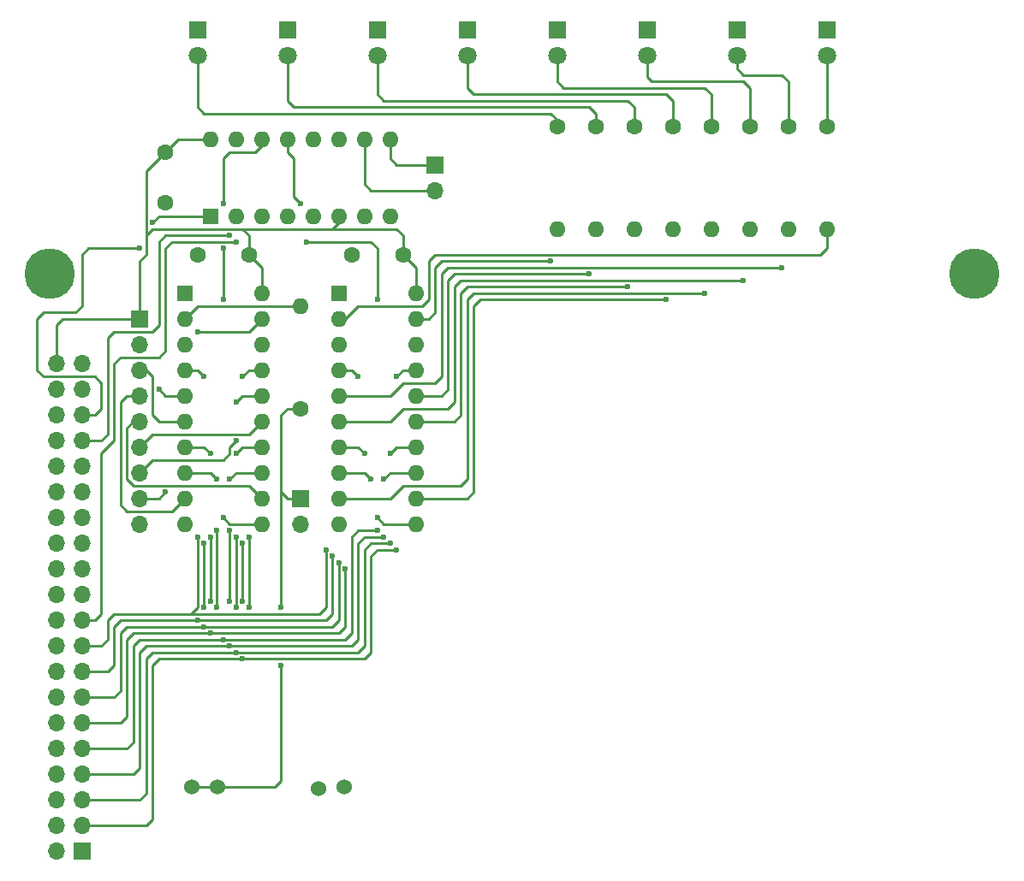
<source format=gtl>
G04 #@! TF.FileFunction,Copper,L1,Top,Signal*
%FSLAX46Y46*%
G04 Gerber Fmt 4.6, Leading zero omitted, Abs format (unit mm)*
G04 Created by KiCad (PCBNEW 4.0.7) date 12/03/19 23:34:14*
%MOMM*%
%LPD*%
G01*
G04 APERTURE LIST*
%ADD10C,0.100000*%
%ADD11R,1.600000X1.600000*%
%ADD12O,1.600000X1.600000*%
%ADD13R,1.700000X1.700000*%
%ADD14O,1.700000X1.700000*%
%ADD15C,5.000000*%
%ADD16C,1.600000*%
%ADD17R,1.800000X1.800000*%
%ADD18C,1.800000*%
%ADD19C,1.524000*%
%ADD20C,0.600000*%
%ADD21C,0.250000*%
G04 APERTURE END LIST*
D10*
D11*
X117475000Y-76835000D03*
D12*
X125095000Y-99695000D03*
X117475000Y-79375000D03*
X125095000Y-97155000D03*
X117475000Y-81915000D03*
X125095000Y-94615000D03*
X117475000Y-84455000D03*
X125095000Y-92075000D03*
X117475000Y-86995000D03*
X125095000Y-89535000D03*
X117475000Y-89535000D03*
X125095000Y-86995000D03*
X117475000Y-92075000D03*
X125095000Y-84455000D03*
X117475000Y-94615000D03*
X125095000Y-81915000D03*
X117475000Y-97155000D03*
X125095000Y-79375000D03*
X117475000Y-99695000D03*
X125095000Y-76835000D03*
D13*
X107315000Y-132080000D03*
D14*
X104775000Y-132080000D03*
X107315000Y-129540000D03*
X104775000Y-129540000D03*
X107315000Y-127000000D03*
X104775000Y-127000000D03*
X107315000Y-124460000D03*
X104775000Y-124460000D03*
X107315000Y-121920000D03*
X104775000Y-121920000D03*
X107315000Y-119380000D03*
X104775000Y-119380000D03*
X107315000Y-116840000D03*
X104775000Y-116840000D03*
X107315000Y-114300000D03*
X104775000Y-114300000D03*
X107315000Y-111760000D03*
X104775000Y-111760000D03*
X107315000Y-109220000D03*
X104775000Y-109220000D03*
X107315000Y-106680000D03*
X104775000Y-106680000D03*
X107315000Y-104140000D03*
X104775000Y-104140000D03*
X107315000Y-101600000D03*
X104775000Y-101600000D03*
X107315000Y-99060000D03*
X104775000Y-99060000D03*
X107315000Y-96520000D03*
X104775000Y-96520000D03*
X107315000Y-93980000D03*
X104775000Y-93980000D03*
X107315000Y-91440000D03*
X104775000Y-91440000D03*
X107315000Y-88900000D03*
X104775000Y-88900000D03*
X107315000Y-86360000D03*
X104775000Y-86360000D03*
X107315000Y-83820000D03*
X104775000Y-83820000D03*
D15*
X195580000Y-74930000D03*
X104140000Y-74930000D03*
D16*
X139065000Y-73025000D03*
X134065000Y-73025000D03*
X123825000Y-73025000D03*
X118825000Y-73025000D03*
X180975000Y-60325000D03*
D12*
X180975000Y-70485000D03*
D16*
X177165000Y-60325000D03*
D12*
X177165000Y-70485000D03*
D16*
X173355000Y-60325000D03*
D12*
X173355000Y-70485000D03*
D16*
X169545000Y-60325000D03*
D12*
X169545000Y-70485000D03*
D16*
X165735000Y-60325000D03*
D12*
X165735000Y-70485000D03*
D16*
X161925000Y-60325000D03*
D12*
X161925000Y-70485000D03*
D16*
X158115000Y-60325000D03*
D12*
X158115000Y-70485000D03*
D16*
X154305000Y-60325000D03*
D12*
X154305000Y-70485000D03*
D11*
X132715000Y-76835000D03*
D12*
X140335000Y-99695000D03*
X132715000Y-79375000D03*
X140335000Y-97155000D03*
X132715000Y-81915000D03*
X140335000Y-94615000D03*
X132715000Y-84455000D03*
X140335000Y-92075000D03*
X132715000Y-86995000D03*
X140335000Y-89535000D03*
X132715000Y-89535000D03*
X140335000Y-86995000D03*
X132715000Y-92075000D03*
X140335000Y-84455000D03*
X132715000Y-94615000D03*
X140335000Y-81915000D03*
X132715000Y-97155000D03*
X140335000Y-79375000D03*
X132715000Y-99695000D03*
X140335000Y-76835000D03*
D17*
X180975000Y-50800000D03*
D18*
X180975000Y-53340000D03*
D17*
X163195000Y-50800000D03*
D18*
X163195000Y-53340000D03*
D17*
X154305000Y-50800000D03*
D18*
X154305000Y-53340000D03*
D17*
X145415000Y-50800000D03*
D18*
X145415000Y-53340000D03*
D17*
X136525000Y-50800000D03*
D18*
X136525000Y-53340000D03*
D17*
X127635000Y-50800000D03*
D18*
X127635000Y-53340000D03*
D17*
X118745000Y-50800000D03*
D18*
X118745000Y-53340000D03*
D19*
X130730000Y-125857000D03*
X120730000Y-125730000D03*
X118230000Y-125730000D03*
X133230000Y-125730000D03*
D17*
X172085000Y-50800000D03*
D18*
X172085000Y-53340000D03*
D16*
X128905000Y-88265000D03*
D12*
X128905000Y-78105000D03*
D16*
X115570000Y-62865000D03*
X115570000Y-67865000D03*
D13*
X128905000Y-97155000D03*
D14*
X128905000Y-99695000D03*
D11*
X120015000Y-69215000D03*
D12*
X137795000Y-61595000D03*
X122555000Y-69215000D03*
X135255000Y-61595000D03*
X125095000Y-69215000D03*
X132715000Y-61595000D03*
X127635000Y-69215000D03*
X130175000Y-61595000D03*
X130175000Y-69215000D03*
X127635000Y-61595000D03*
X132715000Y-69215000D03*
X125095000Y-61595000D03*
X135255000Y-69215000D03*
X122555000Y-61595000D03*
X137795000Y-69215000D03*
X120015000Y-61595000D03*
D13*
X113030000Y-79375000D03*
D14*
X113030000Y-81915000D03*
X113030000Y-84455000D03*
X113030000Y-86995000D03*
X113030000Y-89535000D03*
X113030000Y-92075000D03*
X113030000Y-94615000D03*
X113030000Y-97155000D03*
X113030000Y-99695000D03*
D13*
X142240000Y-64135000D03*
D14*
X142240000Y-66675000D03*
D20*
X123825000Y-100965000D03*
X123825000Y-107950000D03*
X123190000Y-113030000D03*
X138430000Y-102235000D03*
X122555000Y-112395000D03*
X123190000Y-107315000D03*
X123190000Y-101600000D03*
X123190000Y-85090000D03*
X138430000Y-85090000D03*
X137795000Y-101600000D03*
X121920000Y-111760000D03*
X122555000Y-107950000D03*
X122555000Y-100965000D03*
X122555000Y-92710000D03*
X137795000Y-92710000D03*
X137160000Y-100965000D03*
X121285000Y-111125000D03*
X121920000Y-107315000D03*
X121920000Y-100330000D03*
X121920000Y-95250000D03*
X137160000Y-95250000D03*
X136525000Y-100330000D03*
X120015000Y-110490000D03*
X120650000Y-107950000D03*
X120650000Y-100330000D03*
X120650000Y-95250000D03*
X133350000Y-104140000D03*
X135890000Y-95250000D03*
X119380000Y-109855000D03*
X120015000Y-107315000D03*
X120015000Y-100965000D03*
X120015000Y-92710000D03*
X132715000Y-103505000D03*
X135255000Y-92710000D03*
X118745000Y-109220000D03*
X119380000Y-107950000D03*
X119380000Y-101600000D03*
X119380000Y-85090000D03*
X132080000Y-102870000D03*
X134620000Y-85090000D03*
X118745000Y-100965000D03*
X131445000Y-102235000D03*
X176530000Y-74295000D03*
X172720000Y-75565000D03*
X168910000Y-76835000D03*
X165100000Y-77470000D03*
X161290000Y-76200000D03*
X157480000Y-74930000D03*
X153670000Y-73660000D03*
X121920000Y-71120000D03*
X113030000Y-72390000D03*
X114300000Y-69850000D03*
X127000000Y-113665000D03*
X127000000Y-107950000D03*
X122555000Y-71755000D03*
X136525000Y-77470000D03*
X136525000Y-99060000D03*
X129540000Y-71755000D03*
X128905000Y-67945000D03*
X121285000Y-67945000D03*
X121285000Y-72390000D03*
X121285000Y-77470000D03*
X121285000Y-99060000D03*
X114935000Y-86360000D03*
X122555000Y-87630000D03*
X122555000Y-91440000D03*
X115570000Y-96520000D03*
X118745000Y-80645000D03*
D21*
X113030000Y-79375000D02*
X113030000Y-73660000D01*
X113030000Y-73660000D02*
X113665000Y-73025000D01*
X132080000Y-70485000D02*
X138430000Y-70485000D01*
X139065000Y-71120000D02*
X139065000Y-73025000D01*
X138430000Y-70485000D02*
X139065000Y-71120000D01*
X123825000Y-73025000D02*
X123825000Y-71120000D01*
X123825000Y-71120000D02*
X123190000Y-70485000D01*
X113665000Y-71120000D02*
X114300000Y-70485000D01*
X114300000Y-70485000D02*
X123190000Y-70485000D01*
X132080000Y-70485000D02*
X132715000Y-69850000D01*
X123190000Y-70485000D02*
X132080000Y-70485000D01*
X132715000Y-69850000D02*
X132715000Y-69215000D01*
X123825000Y-73025000D02*
X123825000Y-72390000D01*
X115570000Y-62865000D02*
X113665000Y-64770000D01*
X113665000Y-64770000D02*
X113665000Y-71120000D01*
X113665000Y-71120000D02*
X113665000Y-71755000D01*
X113665000Y-71755000D02*
X113665000Y-73025000D01*
X113665000Y-78740000D02*
X113030000Y-79375000D01*
X120015000Y-61595000D02*
X116840000Y-61595000D01*
X116840000Y-61595000D02*
X115570000Y-62865000D01*
X140335000Y-76835000D02*
X140335000Y-74295000D01*
X140335000Y-74295000D02*
X139065000Y-73025000D01*
X125095000Y-76835000D02*
X125095000Y-74295000D01*
X125095000Y-74295000D02*
X123825000Y-73025000D01*
X113030000Y-79375000D02*
X105410000Y-79375000D01*
X104775000Y-80010000D02*
X104775000Y-83820000D01*
X105410000Y-79375000D02*
X104775000Y-80010000D01*
X172085000Y-53340000D02*
X172085000Y-54610000D01*
X176530000Y-55245000D02*
X177165000Y-55880000D01*
X172720000Y-55245000D02*
X176530000Y-55245000D01*
X172085000Y-54610000D02*
X172720000Y-55245000D01*
X177165000Y-60325000D02*
X177165000Y-55880000D01*
X123825000Y-100965000D02*
X123825000Y-107950000D01*
X135890000Y-112395000D02*
X135890000Y-102870000D01*
X135255000Y-113030000D02*
X135890000Y-112395000D01*
X114300000Y-121920000D02*
X114300000Y-113665000D01*
X113665000Y-129540000D02*
X114300000Y-128905000D01*
X114300000Y-128905000D02*
X114300000Y-121920000D01*
X107315000Y-129540000D02*
X113665000Y-129540000D01*
X114935000Y-113030000D02*
X123190000Y-113030000D01*
X123190000Y-113030000D02*
X129540000Y-113030000D01*
X114300000Y-113665000D02*
X114935000Y-113030000D01*
X129540000Y-113030000D02*
X135255000Y-113030000D01*
X137795000Y-102235000D02*
X138430000Y-102235000D01*
X136525000Y-102235000D02*
X137795000Y-102235000D01*
X135890000Y-102870000D02*
X136525000Y-102235000D01*
X125095000Y-84455000D02*
X123825000Y-84455000D01*
X123190000Y-101600000D02*
X123190000Y-107315000D01*
X123825000Y-84455000D02*
X123190000Y-85090000D01*
X135255000Y-111760000D02*
X135255000Y-102235000D01*
X134620000Y-112395000D02*
X135255000Y-111760000D01*
X113665000Y-121920000D02*
X113665000Y-113030000D01*
X113030000Y-127000000D02*
X113665000Y-126365000D01*
X113665000Y-126365000D02*
X113665000Y-121920000D01*
X107315000Y-127000000D02*
X113030000Y-127000000D01*
X114300000Y-112395000D02*
X117475000Y-112395000D01*
X113665000Y-113030000D02*
X114300000Y-112395000D01*
X117475000Y-112395000D02*
X122555000Y-112395000D01*
X122555000Y-112395000D02*
X134620000Y-112395000D01*
X139065000Y-84455000D02*
X140335000Y-84455000D01*
X138430000Y-85090000D02*
X139065000Y-84455000D01*
X135890000Y-101600000D02*
X137795000Y-101600000D01*
X135255000Y-102235000D02*
X135890000Y-101600000D01*
X125095000Y-92075000D02*
X123190000Y-92075000D01*
X122555000Y-100965000D02*
X122555000Y-107950000D01*
X123190000Y-92075000D02*
X122555000Y-92710000D01*
X134620000Y-111125000D02*
X134620000Y-101600000D01*
X134620000Y-111125000D02*
X133985000Y-111760000D01*
X133985000Y-111760000D02*
X121920000Y-111760000D01*
X121920000Y-111760000D02*
X113665000Y-111760000D01*
X113665000Y-111760000D02*
X113030000Y-112395000D01*
X113030000Y-112395000D02*
X113030000Y-123825000D01*
X113030000Y-123825000D02*
X112395000Y-124460000D01*
X107315000Y-124460000D02*
X112395000Y-124460000D01*
X138430000Y-92075000D02*
X140335000Y-92075000D01*
X137795000Y-92710000D02*
X138430000Y-92075000D01*
X135255000Y-100965000D02*
X137160000Y-100965000D01*
X134620000Y-101600000D02*
X135255000Y-100965000D01*
X125095000Y-94615000D02*
X122555000Y-94615000D01*
X121920000Y-100330000D02*
X121920000Y-107315000D01*
X122555000Y-94615000D02*
X121920000Y-95250000D01*
X133985000Y-110490000D02*
X133985000Y-100965000D01*
X111760000Y-121920000D02*
X112395000Y-121285000D01*
X112395000Y-121285000D02*
X112395000Y-111760000D01*
X112395000Y-111760000D02*
X113030000Y-111125000D01*
X113030000Y-111125000D02*
X121285000Y-111125000D01*
X121285000Y-111125000D02*
X133350000Y-111125000D01*
X133350000Y-111125000D02*
X133985000Y-110490000D01*
X107315000Y-121920000D02*
X111760000Y-121920000D01*
X137795000Y-94615000D02*
X140335000Y-94615000D01*
X137160000Y-95250000D02*
X137795000Y-94615000D01*
X134620000Y-100330000D02*
X136525000Y-100330000D01*
X133985000Y-100965000D02*
X134620000Y-100330000D01*
X117475000Y-94615000D02*
X120015000Y-94615000D01*
X120650000Y-100330000D02*
X120650000Y-107950000D01*
X120015000Y-94615000D02*
X120650000Y-95250000D01*
X132715000Y-110490000D02*
X133350000Y-109855000D01*
X133350000Y-109855000D02*
X133350000Y-104140000D01*
X107315000Y-119380000D02*
X111125000Y-119380000D01*
X112395000Y-110490000D02*
X120015000Y-110490000D01*
X120015000Y-110490000D02*
X132080000Y-110490000D01*
X111760000Y-111125000D02*
X112395000Y-110490000D01*
X111760000Y-118745000D02*
X111760000Y-111125000D01*
X111125000Y-119380000D02*
X111760000Y-118745000D01*
X132080000Y-110490000D02*
X132715000Y-110490000D01*
X135255000Y-94615000D02*
X132715000Y-94615000D01*
X135890000Y-95250000D02*
X135255000Y-94615000D01*
X117475000Y-92075000D02*
X119380000Y-92075000D01*
X120015000Y-100965000D02*
X120015000Y-107315000D01*
X119380000Y-92075000D02*
X120015000Y-92710000D01*
X132080000Y-109855000D02*
X132715000Y-109220000D01*
X132715000Y-109220000D02*
X132715000Y-103505000D01*
X107315000Y-116840000D02*
X110490000Y-116840000D01*
X111125000Y-116205000D02*
X110490000Y-116840000D01*
X111125000Y-110490000D02*
X111125000Y-116205000D01*
X111760000Y-109855000D02*
X111125000Y-110490000D01*
X131445000Y-109855000D02*
X119380000Y-109855000D01*
X119380000Y-109855000D02*
X111760000Y-109855000D01*
X131445000Y-109855000D02*
X132080000Y-109855000D01*
X134620000Y-92075000D02*
X132715000Y-92075000D01*
X135255000Y-92710000D02*
X134620000Y-92075000D01*
X117475000Y-84455000D02*
X118745000Y-84455000D01*
X119380000Y-101600000D02*
X119380000Y-107950000D01*
X118745000Y-84455000D02*
X119380000Y-85090000D01*
X131445000Y-109220000D02*
X132080000Y-108585000D01*
X132080000Y-108585000D02*
X132080000Y-102870000D01*
X107315000Y-114300000D02*
X109855000Y-114300000D01*
X110490000Y-113665000D02*
X109855000Y-114300000D01*
X110490000Y-109855000D02*
X110490000Y-113665000D01*
X111125000Y-109220000D02*
X110490000Y-109855000D01*
X130810000Y-109220000D02*
X118745000Y-109220000D01*
X118745000Y-109220000D02*
X111125000Y-109220000D01*
X130810000Y-109220000D02*
X131445000Y-109220000D01*
X133985000Y-84455000D02*
X132715000Y-84455000D01*
X134620000Y-85090000D02*
X133985000Y-84455000D01*
X118745000Y-100965000D02*
X118745000Y-107950000D01*
X118745000Y-107950000D02*
X118110000Y-108585000D01*
X130175000Y-108585000D02*
X130810000Y-108585000D01*
X115570000Y-108585000D02*
X118110000Y-108585000D01*
X118110000Y-108585000D02*
X130175000Y-108585000D01*
X110490000Y-108585000D02*
X115570000Y-108585000D01*
X109855000Y-109220000D02*
X110490000Y-108585000D01*
X109855000Y-111125000D02*
X109855000Y-109220000D01*
X109220000Y-111760000D02*
X109855000Y-111125000D01*
X107315000Y-111760000D02*
X109220000Y-111760000D01*
X131445000Y-107950000D02*
X131445000Y-102235000D01*
X130810000Y-108585000D02*
X131445000Y-107950000D01*
X143510000Y-74295000D02*
X176530000Y-74295000D01*
X137795000Y-86995000D02*
X139065000Y-85725000D01*
X139065000Y-85725000D02*
X142240000Y-85725000D01*
X142240000Y-85725000D02*
X142875000Y-85090000D01*
X142875000Y-85090000D02*
X142875000Y-74930000D01*
X132715000Y-86995000D02*
X137795000Y-86995000D01*
X142875000Y-74930000D02*
X143510000Y-74295000D01*
X144145000Y-83820000D02*
X144145000Y-76200000D01*
X137795000Y-89535000D02*
X139065000Y-88265000D01*
X139065000Y-88265000D02*
X143510000Y-88265000D01*
X143510000Y-88265000D02*
X144145000Y-87630000D01*
X144145000Y-87630000D02*
X144145000Y-83820000D01*
X132715000Y-89535000D02*
X137795000Y-89535000D01*
X144780000Y-75565000D02*
X172720000Y-75565000D01*
X144145000Y-76200000D02*
X144780000Y-75565000D01*
X145415000Y-77470000D02*
X146050000Y-76835000D01*
X144780000Y-95885000D02*
X145415000Y-95250000D01*
X145415000Y-95250000D02*
X145415000Y-77470000D01*
X132715000Y-97155000D02*
X137795000Y-97155000D01*
X139065000Y-95885000D02*
X141605000Y-95885000D01*
X137795000Y-97155000D02*
X139065000Y-95885000D01*
X141605000Y-95885000D02*
X144780000Y-95885000D01*
X146050000Y-76835000D02*
X168910000Y-76835000D01*
X146050000Y-78105000D02*
X146685000Y-77470000D01*
X145415000Y-97155000D02*
X146050000Y-96520000D01*
X146050000Y-96520000D02*
X146050000Y-78105000D01*
X140335000Y-97155000D02*
X145415000Y-97155000D01*
X146685000Y-77470000D02*
X165100000Y-77470000D01*
X144780000Y-83820000D02*
X144780000Y-76835000D01*
X144145000Y-89535000D02*
X144780000Y-88900000D01*
X144780000Y-88900000D02*
X144780000Y-83820000D01*
X140335000Y-89535000D02*
X144145000Y-89535000D01*
X145415000Y-76200000D02*
X161290000Y-76200000D01*
X144780000Y-76835000D02*
X145415000Y-76200000D01*
X143510000Y-78740000D02*
X143510000Y-75565000D01*
X142875000Y-86995000D02*
X143510000Y-86360000D01*
X143510000Y-86360000D02*
X143510000Y-78740000D01*
X140335000Y-86995000D02*
X142875000Y-86995000D01*
X144145000Y-74930000D02*
X157480000Y-74930000D01*
X143510000Y-75565000D02*
X144145000Y-74930000D01*
X142875000Y-73660000D02*
X153670000Y-73660000D01*
X140335000Y-79375000D02*
X141605000Y-79375000D01*
X142240000Y-78740000D02*
X142240000Y-74295000D01*
X141605000Y-79375000D02*
X142240000Y-78740000D01*
X142875000Y-73660000D02*
X142240000Y-74295000D01*
X180975000Y-60325000D02*
X180975000Y-53340000D01*
X163195000Y-54610000D02*
X163195000Y-55429998D01*
X172720000Y-55880000D02*
X173355000Y-56515000D01*
X163645002Y-55880000D02*
X172720000Y-55880000D01*
X163195000Y-55429998D02*
X163645002Y-55880000D01*
X173355000Y-60325000D02*
X173355000Y-56515000D01*
X163195000Y-54610000D02*
X163195000Y-53340000D01*
X154305000Y-55245000D02*
X154305000Y-55880000D01*
X168910000Y-56515000D02*
X169545000Y-57150000D01*
X154940000Y-56515000D02*
X168910000Y-56515000D01*
X154305000Y-55880000D02*
X154940000Y-56515000D01*
X169545000Y-60325000D02*
X169545000Y-57150000D01*
X154305000Y-55245000D02*
X154305000Y-53340000D01*
X145415000Y-55880000D02*
X145415000Y-56515000D01*
X165100000Y-57150000D02*
X165735000Y-57785000D01*
X146050000Y-57150000D02*
X165100000Y-57150000D01*
X145415000Y-56515000D02*
X146050000Y-57150000D01*
X165735000Y-60325000D02*
X165735000Y-57785000D01*
X145415000Y-55880000D02*
X145415000Y-53340000D01*
X136525000Y-56515000D02*
X136525000Y-57150000D01*
X161290000Y-57785000D02*
X161925000Y-58420000D01*
X137160000Y-57785000D02*
X161290000Y-57785000D01*
X136525000Y-57150000D02*
X137160000Y-57785000D01*
X161925000Y-60325000D02*
X161925000Y-58420000D01*
X136525000Y-56515000D02*
X136525000Y-53340000D01*
X127635000Y-57150000D02*
X127635000Y-57785000D01*
X157480000Y-58420000D02*
X158115000Y-59055000D01*
X128270000Y-58420000D02*
X157480000Y-58420000D01*
X127635000Y-57785000D02*
X128270000Y-58420000D01*
X158115000Y-60325000D02*
X158115000Y-59055000D01*
X127635000Y-57150000D02*
X127635000Y-53340000D01*
X154305000Y-60325000D02*
X154305000Y-59690000D01*
X154305000Y-59690000D02*
X153670000Y-59055000D01*
X153670000Y-59055000D02*
X119380000Y-59055000D01*
X119380000Y-59055000D02*
X118745000Y-58420000D01*
X118745000Y-58420000D02*
X118745000Y-53340000D01*
X114935000Y-72390000D02*
X114935000Y-71755000D01*
X107315000Y-91440000D02*
X109220000Y-91440000D01*
X114300000Y-80645000D02*
X114935000Y-80010000D01*
X110490000Y-80645000D02*
X114300000Y-80645000D01*
X109855000Y-81280000D02*
X110490000Y-80645000D01*
X109855000Y-90805000D02*
X109855000Y-81280000D01*
X109220000Y-91440000D02*
X109855000Y-90805000D01*
X114935000Y-80010000D02*
X114935000Y-72390000D01*
X115570000Y-71120000D02*
X121920000Y-71120000D01*
X114935000Y-71755000D02*
X115570000Y-71120000D01*
X109220000Y-85725000D02*
X108585000Y-85090000D01*
X107950000Y-72390000D02*
X113030000Y-72390000D01*
X107315000Y-73025000D02*
X107950000Y-72390000D01*
X107315000Y-78105000D02*
X107315000Y-73025000D01*
X106680000Y-78740000D02*
X107315000Y-78105000D01*
X103505000Y-78740000D02*
X106680000Y-78740000D01*
X102870000Y-79375000D02*
X103505000Y-78740000D01*
X102870000Y-84455000D02*
X102870000Y-79375000D01*
X103505000Y-85090000D02*
X102870000Y-84455000D01*
X108585000Y-85090000D02*
X103505000Y-85090000D01*
X115570000Y-69215000D02*
X114935000Y-69215000D01*
X114935000Y-69215000D02*
X114300000Y-69850000D01*
X107315000Y-88900000D02*
X108585000Y-88900000D01*
X115570000Y-69215000D02*
X120015000Y-69215000D01*
X109220000Y-88265000D02*
X109220000Y-85725000D01*
X108585000Y-88900000D02*
X109220000Y-88265000D01*
X142240000Y-73025000D02*
X180340000Y-73025000D01*
X141605000Y-73660000D02*
X142240000Y-73025000D01*
X140970000Y-78105000D02*
X141605000Y-77470000D01*
X141605000Y-77470000D02*
X141605000Y-74295000D01*
X133350000Y-79375000D02*
X134620000Y-78105000D01*
X134620000Y-78105000D02*
X140970000Y-78105000D01*
X141605000Y-74295000D02*
X141605000Y-73660000D01*
X180975000Y-72390000D02*
X180975000Y-70485000D01*
X180340000Y-73025000D02*
X180975000Y-72390000D01*
X132715000Y-79375000D02*
X133350000Y-79375000D01*
X128905000Y-78105000D02*
X127635000Y-78105000D01*
X118745000Y-78105000D02*
X127635000Y-78105000D01*
X118745000Y-78105000D02*
X117475000Y-79375000D01*
X127635000Y-97155000D02*
X127000000Y-96520000D01*
X128905000Y-88265000D02*
X127635000Y-88265000D01*
X127635000Y-88265000D02*
X127000000Y-88900000D01*
X127000000Y-88900000D02*
X127000000Y-96520000D01*
X127000000Y-96520000D02*
X127000000Y-97790000D01*
X128905000Y-97155000D02*
X127635000Y-97155000D01*
X127000000Y-125095000D02*
X126365000Y-125730000D01*
X127000000Y-113665000D02*
X127000000Y-125095000D01*
X127000000Y-97790000D02*
X127000000Y-107950000D01*
X126365000Y-125730000D02*
X125095000Y-125730000D01*
X125095000Y-125730000D02*
X120730000Y-125730000D01*
X118230000Y-125730000D02*
X120730000Y-125730000D01*
X115570000Y-81280000D02*
X115570000Y-82550000D01*
X116205000Y-71755000D02*
X115570000Y-72390000D01*
X115570000Y-72390000D02*
X115570000Y-81280000D01*
X122555000Y-71755000D02*
X116840000Y-71755000D01*
X116840000Y-71755000D02*
X116205000Y-71755000D01*
X108585000Y-109220000D02*
X107315000Y-109220000D01*
X109220000Y-108585000D02*
X108585000Y-109220000D01*
X109220000Y-92710000D02*
X109220000Y-108585000D01*
X110490000Y-91440000D02*
X109220000Y-92710000D01*
X110490000Y-83820000D02*
X110490000Y-91440000D01*
X111125000Y-83185000D02*
X110490000Y-83820000D01*
X114935000Y-83185000D02*
X111125000Y-83185000D01*
X115570000Y-82550000D02*
X114935000Y-83185000D01*
X128270000Y-67310000D02*
X128905000Y-67945000D01*
X127635000Y-61595000D02*
X127635000Y-62865000D01*
X128270000Y-63500000D02*
X128270000Y-67310000D01*
X127635000Y-62865000D02*
X128270000Y-63500000D01*
X140335000Y-99695000D02*
X137160000Y-99695000D01*
X135890000Y-71755000D02*
X132080000Y-71755000D01*
X136525000Y-72390000D02*
X135890000Y-71755000D01*
X136525000Y-77470000D02*
X136525000Y-72390000D01*
X137160000Y-99695000D02*
X136525000Y-99060000D01*
X132080000Y-71755000D02*
X129540000Y-71755000D01*
X123825000Y-62865000D02*
X124460000Y-62865000D01*
X124460000Y-62865000D02*
X125095000Y-62230000D01*
X125095000Y-62230000D02*
X125095000Y-61595000D01*
X125095000Y-99695000D02*
X121920000Y-99695000D01*
X121920000Y-62865000D02*
X123825000Y-62865000D01*
X121285000Y-63500000D02*
X121920000Y-62865000D01*
X121285000Y-67945000D02*
X121285000Y-63500000D01*
X121285000Y-77470000D02*
X121285000Y-72390000D01*
X121920000Y-99695000D02*
X121285000Y-99060000D01*
X115570000Y-86995000D02*
X114935000Y-86360000D01*
X117475000Y-86995000D02*
X115570000Y-86995000D01*
X117475000Y-89535000D02*
X114935000Y-89535000D01*
X114300000Y-85090000D02*
X113665000Y-84455000D01*
X114300000Y-88900000D02*
X114300000Y-85090000D01*
X114935000Y-89535000D02*
X114300000Y-88900000D01*
X113665000Y-84455000D02*
X113030000Y-84455000D01*
X111760000Y-98425000D02*
X111125000Y-97790000D01*
X111125000Y-87630000D02*
X111760000Y-86995000D01*
X111125000Y-97790000D02*
X111125000Y-87630000D01*
X117475000Y-97155000D02*
X116205000Y-98425000D01*
X111760000Y-86995000D02*
X113030000Y-86995000D01*
X116205000Y-98425000D02*
X111760000Y-98425000D01*
X113030000Y-89535000D02*
X112395000Y-89535000D01*
X112395000Y-89535000D02*
X111760000Y-90170000D01*
X111760000Y-95250000D02*
X112395000Y-95885000D01*
X111760000Y-90170000D02*
X111760000Y-95250000D01*
X115570000Y-95885000D02*
X123825000Y-95885000D01*
X112395000Y-95885000D02*
X115570000Y-95885000D01*
X123825000Y-95885000D02*
X125095000Y-97155000D01*
X113030000Y-92075000D02*
X114300000Y-90805000D01*
X123825000Y-90805000D02*
X125095000Y-89535000D01*
X114300000Y-90805000D02*
X123825000Y-90805000D01*
X113030000Y-94615000D02*
X114300000Y-93345000D01*
X123190000Y-86995000D02*
X125095000Y-86995000D01*
X122555000Y-87630000D02*
X123190000Y-86995000D01*
X121920000Y-92075000D02*
X122555000Y-91440000D01*
X121920000Y-92710000D02*
X121920000Y-92075000D01*
X121285000Y-93345000D02*
X121920000Y-92710000D01*
X114300000Y-93345000D02*
X121285000Y-93345000D01*
X125095000Y-79375000D02*
X123825000Y-80645000D01*
X114935000Y-97155000D02*
X113030000Y-97155000D01*
X115570000Y-96520000D02*
X114935000Y-97155000D01*
X123825000Y-80645000D02*
X118745000Y-80645000D01*
X137795000Y-61595000D02*
X137795000Y-63500000D01*
X138430000Y-64135000D02*
X142240000Y-64135000D01*
X137795000Y-63500000D02*
X138430000Y-64135000D01*
X142240000Y-66675000D02*
X135890000Y-66675000D01*
X135255000Y-66040000D02*
X135255000Y-61595000D01*
X135890000Y-66675000D02*
X135255000Y-66040000D01*
M02*

</source>
